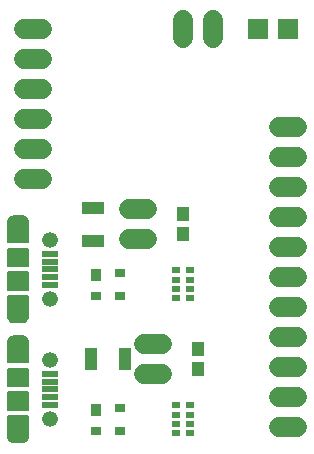
<source format=gts>
G75*
%MOIN*%
%OFA0B0*%
%FSLAX24Y24*%
%IPPOS*%
%LPD*%
%AMOC8*
5,1,8,0,0,1.08239X$1,22.5*
%
%ADD10R,0.0444X0.0483*%
%ADD11R,0.0759X0.0444*%
%ADD12R,0.0444X0.0759*%
%ADD13C,0.0650*%
%ADD14R,0.0650X0.0650*%
%ADD15C,0.0641*%
%ADD16C,0.0522*%
%ADD17R,0.0571X0.0197*%
%ADD18C,0.0050*%
%ADD19R,0.0345X0.0428*%
%ADD20R,0.0345X0.0263*%
%ADD21R,0.0306X0.0247*%
D10*
X007150Y008815D03*
X007150Y009485D03*
X007650Y004985D03*
X007650Y004315D03*
D11*
X004150Y008599D03*
X004150Y009701D03*
D12*
X004099Y004650D03*
X005201Y004650D03*
D13*
X005850Y004150D02*
X006450Y004150D01*
X006450Y005150D02*
X005850Y005150D01*
X005950Y008650D02*
X005350Y008650D01*
X005350Y009650D02*
X005950Y009650D01*
X002450Y010650D02*
X001850Y010650D01*
X001850Y011650D02*
X002450Y011650D01*
X002450Y012650D02*
X001850Y012650D01*
X001850Y013650D02*
X002450Y013650D01*
X002450Y014650D02*
X001850Y014650D01*
X001850Y015650D02*
X002450Y015650D01*
X007150Y015350D02*
X007150Y015950D01*
X008150Y015950D02*
X008150Y015350D01*
X010350Y012400D02*
X010950Y012400D01*
X010950Y011400D02*
X010350Y011400D01*
X010350Y010400D02*
X010950Y010400D01*
X010950Y009400D02*
X010350Y009400D01*
X010350Y008400D02*
X010950Y008400D01*
X010950Y007400D02*
X010350Y007400D01*
X010350Y006400D02*
X010950Y006400D01*
X010950Y005400D02*
X010350Y005400D01*
X010350Y004400D02*
X010950Y004400D01*
X010950Y003400D02*
X010350Y003400D01*
X010350Y002400D02*
X010950Y002400D01*
D14*
X010650Y015650D03*
X009650Y015650D03*
D15*
X001650Y008979D03*
X001650Y006321D03*
X001650Y004979D03*
X001650Y002321D03*
D16*
X002713Y002666D03*
X002713Y004634D03*
X002713Y006666D03*
X002713Y008634D03*
D17*
X002713Y008162D03*
X002713Y007906D03*
X002713Y007650D03*
X002713Y007394D03*
X002713Y007138D03*
X002713Y004162D03*
X002713Y003906D03*
X002713Y003650D03*
X002713Y003394D03*
X002713Y003138D03*
D18*
X001437Y001898D02*
X001399Y001921D01*
X001368Y001952D01*
X001345Y001990D01*
X001330Y002031D01*
X001325Y002075D01*
X001325Y002744D01*
X001975Y002744D01*
X001975Y002075D01*
X001970Y002031D01*
X001955Y001990D01*
X001932Y001952D01*
X001901Y001921D01*
X001863Y001898D01*
X001822Y001883D01*
X001778Y001878D01*
X001522Y001878D01*
X001478Y001883D01*
X001437Y001898D01*
X001395Y001926D02*
X001905Y001926D01*
X001946Y001975D02*
X001354Y001975D01*
X001333Y002023D02*
X001967Y002023D01*
X001974Y002072D02*
X001326Y002072D01*
X001325Y002120D02*
X001975Y002120D01*
X001975Y002169D02*
X001325Y002169D01*
X001325Y002217D02*
X001975Y002217D01*
X001975Y002266D02*
X001325Y002266D01*
X001325Y002314D02*
X001975Y002314D01*
X001975Y002363D02*
X001325Y002363D01*
X001325Y002411D02*
X001975Y002411D01*
X001975Y002460D02*
X001325Y002460D01*
X001325Y002508D02*
X001975Y002508D01*
X001975Y002557D02*
X001325Y002557D01*
X001325Y002605D02*
X001975Y002605D01*
X001975Y002654D02*
X001325Y002654D01*
X001325Y002702D02*
X001975Y002702D01*
X001975Y002961D02*
X001975Y003552D01*
X001325Y003552D01*
X001325Y002961D01*
X001975Y002961D01*
X001975Y002993D02*
X001325Y002993D01*
X001325Y003042D02*
X001975Y003042D01*
X001975Y003090D02*
X001325Y003090D01*
X001325Y003139D02*
X001975Y003139D01*
X001975Y003187D02*
X001325Y003187D01*
X001325Y003236D02*
X001975Y003236D01*
X001975Y003284D02*
X001325Y003284D01*
X001325Y003333D02*
X001975Y003333D01*
X001975Y003381D02*
X001325Y003381D01*
X001325Y003430D02*
X001975Y003430D01*
X001975Y003478D02*
X001325Y003478D01*
X001325Y003527D02*
X001975Y003527D01*
X001975Y003748D02*
X001975Y004339D01*
X001325Y004339D01*
X001325Y003748D01*
X001975Y003748D01*
X001975Y003769D02*
X001325Y003769D01*
X001325Y003818D02*
X001975Y003818D01*
X001975Y003866D02*
X001325Y003866D01*
X001325Y003915D02*
X001975Y003915D01*
X001975Y003963D02*
X001325Y003963D01*
X001325Y004012D02*
X001975Y004012D01*
X001975Y004060D02*
X001325Y004060D01*
X001325Y004109D02*
X001975Y004109D01*
X001975Y004157D02*
X001325Y004157D01*
X001325Y004206D02*
X001975Y004206D01*
X001975Y004254D02*
X001325Y004254D01*
X001325Y004303D02*
X001975Y004303D01*
X001975Y004556D02*
X001325Y004556D01*
X001325Y005225D01*
X001330Y005269D01*
X001345Y005310D01*
X001368Y005348D01*
X001399Y005379D01*
X001437Y005402D01*
X001478Y005417D01*
X001522Y005422D01*
X001778Y005422D01*
X001822Y005417D01*
X001863Y005402D01*
X001901Y005379D01*
X001932Y005348D01*
X001955Y005310D01*
X001970Y005269D01*
X001975Y005225D01*
X001975Y004556D01*
X001975Y004594D02*
X001325Y004594D01*
X001325Y004642D02*
X001975Y004642D01*
X001975Y004691D02*
X001325Y004691D01*
X001325Y004739D02*
X001975Y004739D01*
X001975Y004788D02*
X001325Y004788D01*
X001325Y004836D02*
X001975Y004836D01*
X001975Y004885D02*
X001325Y004885D01*
X001325Y004933D02*
X001975Y004933D01*
X001975Y004982D02*
X001325Y004982D01*
X001325Y005030D02*
X001975Y005030D01*
X001975Y005079D02*
X001325Y005079D01*
X001325Y005127D02*
X001975Y005127D01*
X001975Y005176D02*
X001325Y005176D01*
X001325Y005224D02*
X001975Y005224D01*
X001968Y005273D02*
X001332Y005273D01*
X001351Y005321D02*
X001949Y005321D01*
X001910Y005370D02*
X001390Y005370D01*
X001490Y005418D02*
X001810Y005418D01*
X001778Y005878D02*
X001522Y005878D01*
X001478Y005883D01*
X001437Y005898D01*
X001399Y005921D01*
X001368Y005952D01*
X001345Y005990D01*
X001330Y006031D01*
X001325Y006075D01*
X001325Y006744D01*
X001975Y006744D01*
X001975Y006075D01*
X001970Y006031D01*
X001955Y005990D01*
X001932Y005952D01*
X001901Y005921D01*
X001863Y005898D01*
X001822Y005883D01*
X001778Y005878D01*
X001872Y005903D02*
X001428Y005903D01*
X001369Y005952D02*
X001931Y005952D01*
X001959Y006000D02*
X001341Y006000D01*
X001328Y006049D02*
X001972Y006049D01*
X001975Y006097D02*
X001325Y006097D01*
X001325Y006146D02*
X001975Y006146D01*
X001975Y006194D02*
X001325Y006194D01*
X001325Y006243D02*
X001975Y006243D01*
X001975Y006291D02*
X001325Y006291D01*
X001325Y006340D02*
X001975Y006340D01*
X001975Y006388D02*
X001325Y006388D01*
X001325Y006437D02*
X001975Y006437D01*
X001975Y006485D02*
X001325Y006485D01*
X001325Y006534D02*
X001975Y006534D01*
X001975Y006582D02*
X001325Y006582D01*
X001325Y006631D02*
X001975Y006631D01*
X001975Y006679D02*
X001325Y006679D01*
X001325Y006728D02*
X001975Y006728D01*
X001975Y006961D02*
X001975Y007552D01*
X001325Y007552D01*
X001325Y006961D01*
X001975Y006961D01*
X001975Y006970D02*
X001325Y006970D01*
X001325Y007019D02*
X001975Y007019D01*
X001975Y007067D02*
X001325Y007067D01*
X001325Y007116D02*
X001975Y007116D01*
X001975Y007164D02*
X001325Y007164D01*
X001325Y007213D02*
X001975Y007213D01*
X001975Y007261D02*
X001325Y007261D01*
X001325Y007310D02*
X001975Y007310D01*
X001975Y007358D02*
X001325Y007358D01*
X001325Y007407D02*
X001975Y007407D01*
X001975Y007455D02*
X001325Y007455D01*
X001325Y007504D02*
X001975Y007504D01*
X001975Y007748D02*
X001975Y008339D01*
X001325Y008339D01*
X001325Y007748D01*
X001975Y007748D01*
X001975Y007795D02*
X001325Y007795D01*
X001325Y007843D02*
X001975Y007843D01*
X001975Y007892D02*
X001325Y007892D01*
X001325Y007940D02*
X001975Y007940D01*
X001975Y007989D02*
X001325Y007989D01*
X001325Y008037D02*
X001975Y008037D01*
X001975Y008086D02*
X001325Y008086D01*
X001325Y008134D02*
X001975Y008134D01*
X001975Y008183D02*
X001325Y008183D01*
X001325Y008231D02*
X001975Y008231D01*
X001975Y008280D02*
X001325Y008280D01*
X001325Y008328D02*
X001975Y008328D01*
X001975Y008556D02*
X001325Y008556D01*
X001325Y009225D01*
X001330Y009269D01*
X001345Y009310D01*
X001368Y009348D01*
X001399Y009379D01*
X001437Y009402D01*
X001478Y009417D01*
X001522Y009422D01*
X001778Y009422D01*
X001822Y009417D01*
X001863Y009402D01*
X001901Y009379D01*
X001932Y009348D01*
X001955Y009310D01*
X001970Y009269D01*
X001975Y009225D01*
X001975Y008556D01*
X001975Y008571D02*
X001325Y008571D01*
X001325Y008619D02*
X001975Y008619D01*
X001975Y008668D02*
X001325Y008668D01*
X001325Y008716D02*
X001975Y008716D01*
X001975Y008765D02*
X001325Y008765D01*
X001325Y008813D02*
X001975Y008813D01*
X001975Y008862D02*
X001325Y008862D01*
X001325Y008910D02*
X001975Y008910D01*
X001975Y008959D02*
X001325Y008959D01*
X001325Y009007D02*
X001975Y009007D01*
X001975Y009056D02*
X001325Y009056D01*
X001325Y009104D02*
X001975Y009104D01*
X001975Y009153D02*
X001325Y009153D01*
X001325Y009201D02*
X001975Y009201D01*
X001972Y009250D02*
X001328Y009250D01*
X001340Y009298D02*
X001960Y009298D01*
X001932Y009347D02*
X001368Y009347D01*
X001425Y009395D02*
X001875Y009395D01*
D19*
X004266Y007445D03*
X004266Y002945D03*
D20*
X004266Y002272D03*
X005034Y002272D03*
X005034Y003028D03*
X005034Y006772D03*
X005034Y007528D03*
X004266Y006772D03*
D21*
X006904Y006678D03*
X006904Y006993D03*
X006904Y007307D03*
X006904Y007622D03*
X007396Y007622D03*
X007396Y007307D03*
X007396Y006993D03*
X007396Y006678D03*
X007396Y003122D03*
X007396Y002807D03*
X007396Y002493D03*
X007396Y002178D03*
X006904Y002178D03*
X006904Y002493D03*
X006904Y002807D03*
X006904Y003122D03*
M02*

</source>
